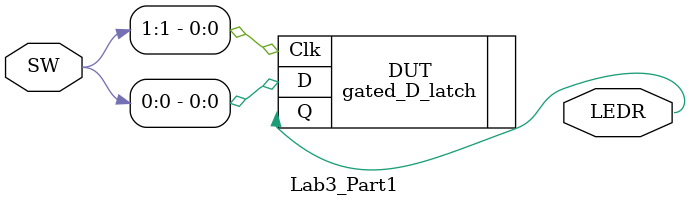
<source format=v>
`timescale 1ns/10ps

module Lab3_Part1(SW, LEDR);
	input [1:0] SW;
	output LEDR;

	gated_D_latch DUT(.Clk(SW[1]), .D(SW[0]), .Q(LEDR));

endmodule
</source>
